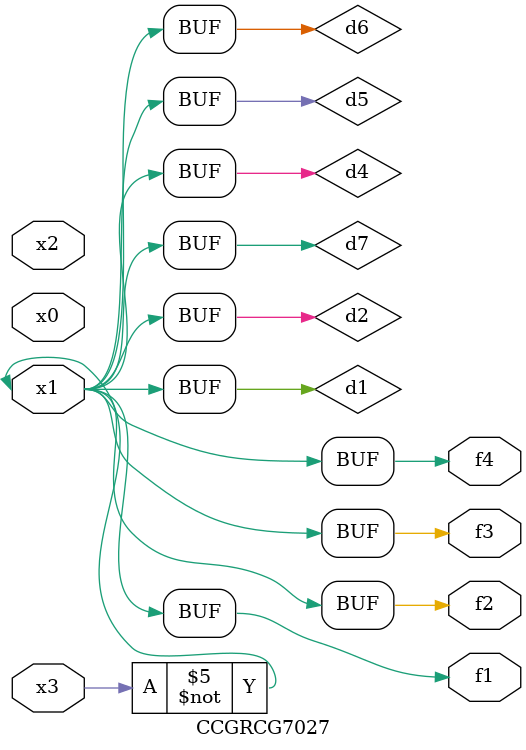
<source format=v>
module CCGRCG7027(
	input x0, x1, x2, x3,
	output f1, f2, f3, f4
);

	wire d1, d2, d3, d4, d5, d6, d7;

	not (d1, x3);
	buf (d2, x1);
	xnor (d3, d1, d2);
	nor (d4, d1);
	buf (d5, d1, d2);
	buf (d6, d4, d5);
	nand (d7, d4);
	assign f1 = d6;
	assign f2 = d7;
	assign f3 = d6;
	assign f4 = d6;
endmodule

</source>
